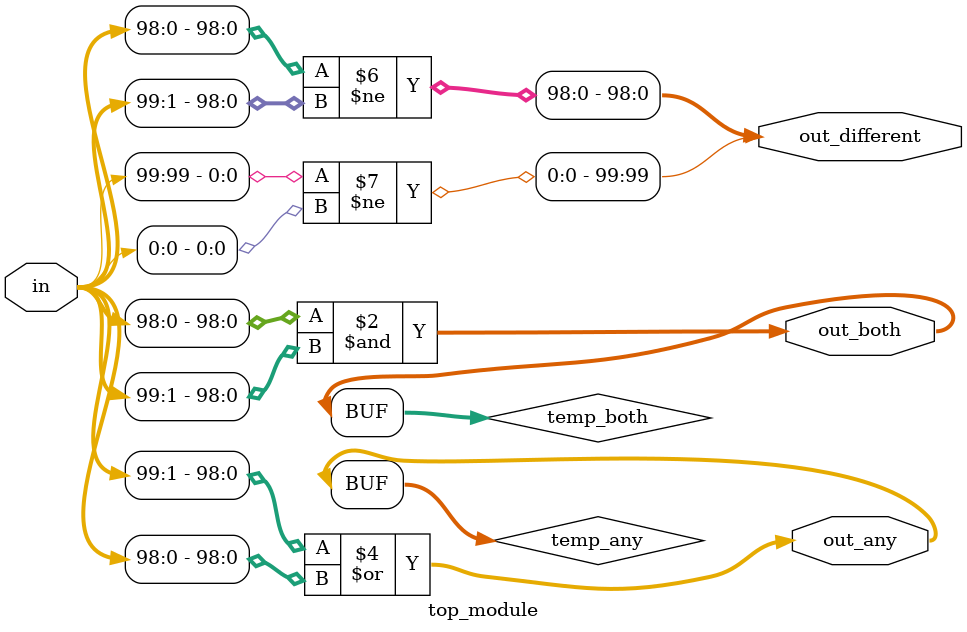
<source format=sv>
module top_module (
	input [99:0] in,
	output [98:0] out_both,
	output [99:1] out_any,
	output [99:0] out_different
);
	
	// Define intermediate wires
	reg [98:0] temp_both;
	reg [99:1] temp_any;
	
	// Check if both bits are '1'
	always @(*)
		temp_both = in[98:0] & in[99:1];
	
	// Check if any bit is '1'
	always @(*)
		temp_any = in[99:1] | in[98:0];
	
	// Check if bits are different
	always @(*)
	begin
		out_different[98:0] = in[98:0] != in[99:1];
		out_different[99] = in[99] != in[0];
	end
	
	// Assign outputs
	assign out_both = temp_both;
	assign out_any = temp_any;
	
endmodule

</source>
